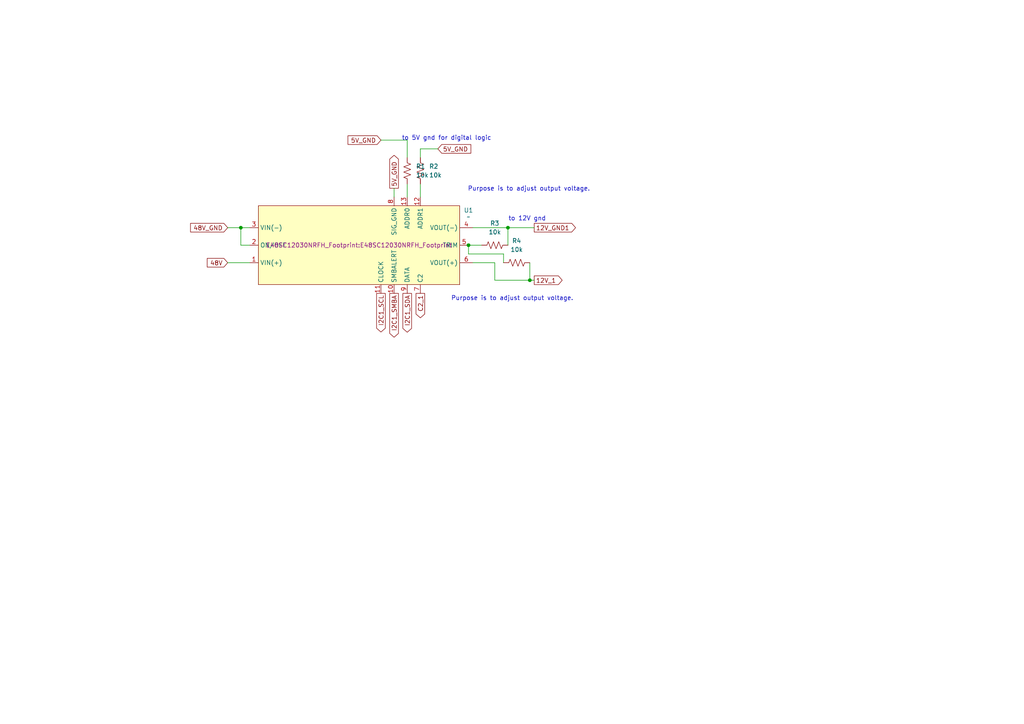
<source format=kicad_sch>
(kicad_sch (version 20231120) (generator "eeschema") (generator_version "8.0")
  (paper "A4")
  (lib_symbols
    (symbol "Device:R_US" (pin_numbers hide) (pin_names (offset 0))
      (property "Reference" "R" (at 2.54 0 90))
      (property "Value" "R_US" (at -2.54 0 90))
      (symbol "R_US_0_1"
        (polyline (pts (xy 0 -2.286) (xy 0 -2.54)))
        (polyline (pts (xy 0 2.286) (xy 0 2.54)))
        (polyline (pts (xy 0 -0.762) (xy 1.016 -1.143) (xy 0 -1.524) (xy -1.016 -1.905) (xy 0 -2.286)))
        (polyline (pts (xy 0 0.762) (xy 1.016 0.381) (xy 0 0) (xy -1.016 -0.381) (xy 0 -0.762)))
        (polyline (pts (xy 0 2.286) (xy 1.016 1.905) (xy 0 1.524) (xy -1.016 1.143) (xy 0 0.762)))
      )
      (symbol "R_US_1_1"
        (pin passive line (at 0 3.81 270) (length 1.27) (name "~") (number "1"))
        (pin passive line (at 0 -3.81 90) (length 1.27) (name "~") (number "2"))
      )
    )
    (symbol "E48SC12030NRFH_New:E48SC12030NRFH"
      (property "Reference" "U" (at 0 0 0))
      (symbol "E48SC12030NRFH_1_1"
        (rectangle (start -29.21 11.43) (end 29.21 -11.43) (fill (type background)))
        (pin input line (at -31.75 -5.08 0) (length 2.54) (name "VIN(+)") (number "1"))
        (pin output line (at 10.16 -13.97 90) (length 2.54) (name "SMBALERT") (number "10"))
        (pin output line (at 6.35 -13.97 90) (length 2.54) (name "CLOCK") (number "11"))
        (pin output line (at 17.78 13.97 270) (length 2.54) (name "ADDR1") (number "12"))
        (pin output line (at 13.97 13.97 270) (length 2.54) (name "ADDR0") (number "13"))
        (pin input line (at -31.75 0 0) (length 2.54) (name "ON/OFF") (number "2"))
        (pin input line (at -31.75 5.08 0) (length 2.54) (name "VIN(-)") (number "3"))
        (pin output line (at 33.02 5.08 180) (length 3.81) (name "VOUT(-)") (number "4"))
        (pin output line (at 31.75 0 180) (length 2.54) (name "TRIM") (number "5"))
        (pin output line (at 33.02 -5.08 180) (length 3.81) (name "VOUT(+)") (number "6"))
        (pin output line (at 17.78 -13.97 90) (length 2.54) (name "C2") (number "7"))
        (pin output line (at 10.16 13.97 270) (length 2.54) (name "SIG_GND") (number "8"))
        (pin output line (at 13.97 -13.97 90) (length 2.54) (name "DATA") (number "9"))
      )
    )
  )
  (junction (at 69.85 66.04))
  (junction (at 135.89 71.12))
  (junction (at 153.67 81.28))
  (junction (at 147.32 66.04))
  (wire (pts (xy 110.49 40.64) (xy 118.11 40.64)))
  (wire (pts (xy 72.39 71.12) (xy 69.85 71.12)))
  (wire (pts (xy 135.89 73.66) (xy 146.05 73.66)))
  (wire (pts (xy 121.92 45.72) (xy 121.92 43.18)))
  (wire (pts (xy 147.32 66.04) (xy 147.32 71.12)))
  (wire (pts (xy 143.51 81.28) (xy 153.67 81.28)))
  (wire (pts (xy 146.05 73.66) (xy 146.05 76.2)))
  (wire (pts (xy 114.3 54.61) (xy 114.3 57.15)))
  (wire (pts (xy 69.85 71.12) (xy 69.85 66.04)))
  (wire (pts (xy 121.92 43.18) (xy 127 43.18)))
  (wire (pts (xy 143.51 76.2) (xy 137.16 76.2)))
  (wire (pts (xy 143.51 81.28) (xy 143.51 76.2)))
  (wire (pts (xy 137.16 66.04) (xy 147.32 66.04)))
  (wire (pts (xy 118.11 45.72) (xy 118.11 40.64)))
  (wire (pts (xy 135.89 71.12) (xy 139.7 71.12)))
  (wire (pts (xy 153.67 81.28) (xy 154.94 81.28)))
  (wire (pts (xy 135.89 71.12) (xy 135.89 73.66)))
  (wire (pts (xy 153.67 76.2) (xy 153.67 81.28)))
  (wire (pts (xy 66.04 76.2) (xy 72.39 76.2)))
  (wire (pts (xy 147.32 66.04) (xy 154.94 66.04)))
  (wire (pts (xy 69.85 66.04) (xy 72.39 66.04)))
  (wire (pts (xy 66.04 66.04) (xy 69.85 66.04)))
  (wire (pts (xy 121.92 53.34) (xy 121.92 57.15)))
  (wire (pts (xy 118.11 57.15) (xy 118.11 53.34)))
  (text "to 5V gnd for digital logic" (at 129.54 40.132 0) (effects (font (size 1.27 1.27))))
  (text "Purpose is to adjust output voltage." (at 148.59 86.614 0) (effects (font (size 1.27 1.27))))
  (text "to 12V gnd" (at 152.908 63.5 0) (effects (font (size 1.27 1.27))))
  (text "Purpose is to adjust output voltage." (at 153.416 54.864 0) (effects (font (size 1.27 1.27))))
  (global_label "5V_GND" (shape input) (at 127 43.18 0) (property "Intersheetrefs" "${INTERSHEET_REFS}" (effects (hide yes))))
  (global_label "12V_1" (shape output) (at 154.94 81.28 0) (property "Intersheetrefs" "${INTERSHEET_REFS}" (effects (hide yes))))
  (global_label "I2C1_SDA" (shape output) (at 118.11 85.09 270) (property "Intersheetrefs" "${INTERSHEET_REFS}" (effects (hide yes))))
  (global_label "48V_GND" (shape input) (at 66.04 66.04 180) (property "Intersheetrefs" "${INTERSHEET_REFS}" (effects (hide yes))))
  (global_label "5V_GND" (shape output) (at 114.3 54.61 90) (property "Intersheetrefs" "${INTERSHEET_REFS}" (effects (hide yes))))
  (global_label "12V_GND1" (shape output) (at 154.94 66.04 0) (property "Intersheetrefs" "${INTERSHEET_REFS}" (effects (hide yes))))
  (global_label "I2C1_SMBA" (shape output) (at 114.3 85.09 270) (property "Intersheetrefs" "${INTERSHEET_REFS}" (effects (hide yes))))
  (global_label "C2_1" (shape output) (at 121.92 85.09 270) (property "Intersheetrefs" "${INTERSHEET_REFS}" (effects (hide yes))))
  (global_label "48V" (shape input) (at 66.04 76.2 180) (property "Intersheetrefs" "${INTERSHEET_REFS}" (effects (hide yes))))
  (global_label "I2C1_SCL" (shape output) (at 110.49 85.09 270) (property "Intersheetrefs" "${INTERSHEET_REFS}" (effects (hide yes))))
  (global_label "5V_GND" (shape input) (at 110.49 40.64 180) (property "Intersheetrefs" "${INTERSHEET_REFS}" (effects (hide yes))))
  (symbol (lib_id "Device:R_US") (at 121.92 49.53 0) (unit 1)
    (property "Reference" "R2" (at 124.46 48.2599 0) (effects (justify left)))
    (property "Value" "10k" (at 124.46 50.7999 0) (effects (justify left)))
    (property "Footprint" "Resistor_SMD:R_0603_1608Metric_Pad0.98x0.95mm_HandSolder" (effects (hide yes)))
    (property "Description" "Resistor, US symbol" (effects (hide yes)))
  )
  (symbol (lib_id "Device:R_US") (at 149.86 76.2 90) (unit 1)
    (property "Reference" "R4" (at 149.86 69.85 90))
    (property "Value" "10k" (at 149.86 72.39 90))
    (property "Footprint" "Resistor_SMD:R_0603_1608Metric_Pad0.98x0.95mm_HandSolder" (effects (hide yes)))
    (property "Description" "Resistor, US symbol" (effects (hide yes)))
  )
  (symbol (lib_id "Device:R_US") (at 118.11 49.53 0) (unit 1)
    (property "Reference" "R1" (at 120.65 48.2599 0) (effects (justify left)))
    (property "Value" "10k" (at 120.65 50.7999 0) (effects (justify left)))
    (property "Footprint" "Resistor_SMD:R_0603_1608Metric_Pad0.98x0.95mm_HandSolder" (effects (hide yes)))
    (property "Description" "Resistor, US symbol" (effects (hide yes)))
  )
  (symbol (lib_id "E48SC12030NRFH_New:E48SC12030NRFH") (at 104.14 71.12 0) (unit 1)
    (property "Reference" "U1" (at 135.89 60.9914 0))
    (property "Value" "~" (at 135.89 62.8965 0))
    (property "Footprint" "E48SC12030NRFH_Footprint:E48SC12030NRFH_Footprint" (at 104.14 71.12 0))
  )
  (symbol (lib_id "Device:R_US") (at 143.51 71.12 90) (unit 1)
    (property "Reference" "R3" (at 143.51 64.77 90))
    (property "Value" "10k" (at 143.51 67.31 90))
    (property "Footprint" "Resistor_SMD:R_0603_1608Metric_Pad0.98x0.95mm_HandSolder" (effects (hide yes)))
    (property "Description" "Resistor, US symbol" (effects (hide yes)))
  )
)
</source>
